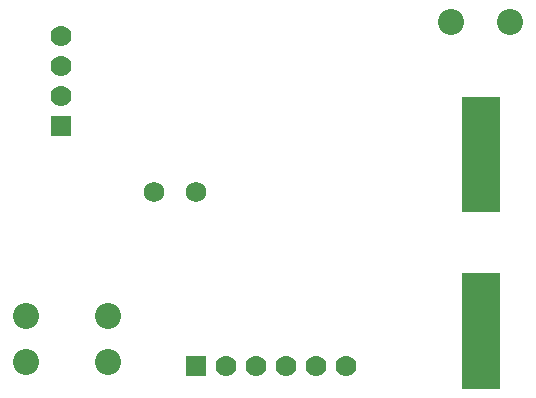
<source format=gbs>
G04 ---------------------------- Layer name :BOTTOM SOLDER LAYER*
G04 EasyEDA v5.5.15, Tue, 03 Jul 2018 18:31:12 GMT*
G04 565f939dbb094c109ad1478ea9632299*
G04 Gerber Generator version 0.2*
G04 Scale: 100 percent, Rotated: No, Reflected: No *
G04 Dimensions in inches *
G04 leading zeros omitted , absolute positions ,2 integer and 4 decimal *
%FSLAX24Y24*%
%MOIN*%
G90*
G70D02*

%ADD28C,0.070000*%
%ADD29R,0.070000X0.070000*%
%ADD30C,0.086740*%
%ADD31R,0.126110X0.165480*%
%ADD32R,0.126110X0.244220*%
%ADD33C,0.068000*%

%LPD*%
G54D28*
G01X12800Y1200D03*
G01X11800Y1200D03*
G01X10800Y1200D03*
G01X9800Y1200D03*
G01X8800Y1200D03*
G54D29*
G01X7800Y1200D03*
G01X3300Y9200D03*
G54D28*
G01X3300Y10200D03*
G01X3300Y11200D03*
G01X3300Y12200D03*
G54D30*
G01X16300Y12650D03*
G01X18268Y12650D03*
G54D31*
G01X17300Y9335D03*
G01X17300Y1265D03*
G54D32*
G01X17300Y7523D03*
G01X17300Y3076D03*
G54D30*
G01X4877Y2848D03*
G01X2121Y2848D03*
G01X2121Y1311D03*
G01X4877Y1311D03*
G54D33*
G01X6400Y7000D03*
G01X7800Y7000D03*
M00*
M02*

</source>
